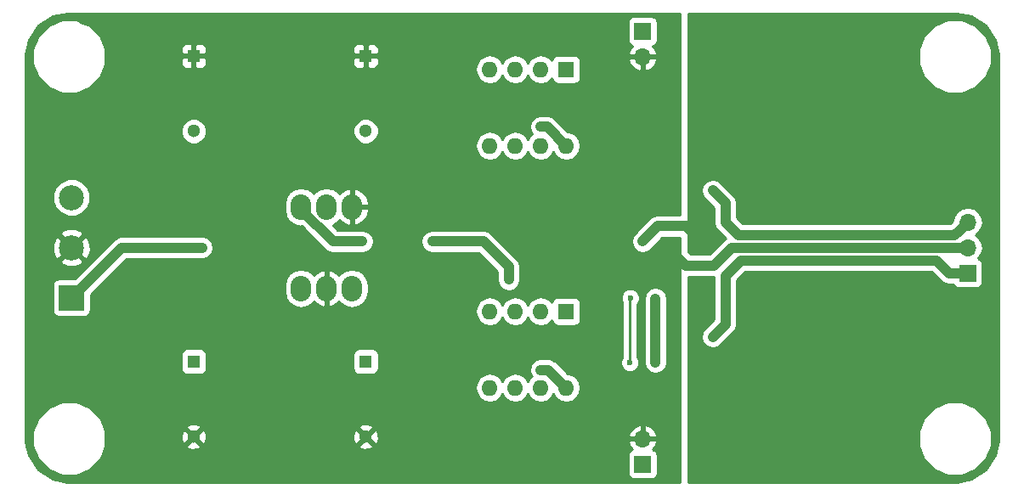
<source format=gbr>
G04 #@! TF.FileFunction,Copper,L2,Bot,Signal*
%FSLAX46Y46*%
G04 Gerber Fmt 4.6, Leading zero omitted, Abs format (unit mm)*
G04 Created by KiCad (PCBNEW 4.0.5-e0-6337~49~ubuntu15.04.1) date Thu Oct 26 22:14:57 2017*
%MOMM*%
%LPD*%
G01*
G04 APERTURE LIST*
%ADD10C,0.100000*%
%ADD11R,1.700000X1.700000*%
%ADD12O,1.700000X1.700000*%
%ADD13R,1.600000X1.600000*%
%ADD14O,1.600000X1.600000*%
%ADD15R,1.300000X1.300000*%
%ADD16C,1.300000*%
%ADD17O,2.032000X2.540000*%
%ADD18C,2.500000*%
%ADD19R,2.500000X2.500000*%
%ADD20C,0.600000*%
%ADD21C,1.000000*%
%ADD22C,0.250000*%
%ADD23C,0.254000*%
G04 APERTURE END LIST*
D10*
D11*
X151765000Y-53340000D03*
D12*
X151765000Y-50800000D03*
X151765000Y-48260000D03*
D13*
X111760000Y-57150000D03*
D14*
X104140000Y-64770000D03*
X109220000Y-57150000D03*
X106680000Y-64770000D03*
X106680000Y-57150000D03*
X109220000Y-64770000D03*
X104140000Y-57150000D03*
X111760000Y-64770000D03*
D15*
X74649451Y-62162033D03*
D16*
X74649451Y-69662033D03*
D15*
X91794451Y-31682033D03*
D16*
X91794451Y-39182033D03*
D15*
X91794451Y-62162033D03*
D16*
X91794451Y-69662033D03*
D15*
X74649451Y-31682033D03*
D16*
X74649451Y-39182033D03*
D17*
X87884000Y-54864000D03*
X90424000Y-54864000D03*
X85344000Y-54864000D03*
X87884000Y-46736000D03*
X85344000Y-46736000D03*
X90424000Y-46736000D03*
D18*
X62484000Y-45800000D03*
D19*
X62484000Y-55800000D03*
D18*
X62484000Y-50800000D03*
D13*
X111760000Y-33020000D03*
D14*
X104140000Y-40640000D03*
X109220000Y-33020000D03*
X106680000Y-40640000D03*
X106680000Y-33020000D03*
X109220000Y-40640000D03*
X104140000Y-33020000D03*
X111760000Y-40640000D03*
D11*
X119380000Y-29210000D03*
D12*
X119380000Y-31750000D03*
D11*
X119380000Y-72390000D03*
D12*
X119380000Y-69850000D03*
D20*
X112268000Y-53848000D03*
X101600000Y-55626000D03*
X113284000Y-61722000D03*
X102870000Y-69596000D03*
X102034270Y-31517135D03*
X121920000Y-50800000D03*
X121920000Y-36195000D03*
X121920000Y-65405000D03*
X112776000Y-29845000D03*
X113284000Y-37592000D03*
X102616000Y-45212000D03*
X94906456Y-44870640D03*
X94906456Y-56554640D03*
X109220000Y-62992000D03*
X120650000Y-55880000D03*
X120650000Y-62230000D03*
X109220000Y-38735000D03*
X125966697Y-50958477D03*
X129540000Y-69850000D03*
X131445000Y-69850000D03*
X132715000Y-69850000D03*
X134620000Y-69850000D03*
X136525000Y-69850000D03*
X138430000Y-69850000D03*
X129540000Y-31750000D03*
X131445000Y-31750000D03*
X132715000Y-31750000D03*
X134620000Y-31750000D03*
X136525000Y-31750000D03*
X138430000Y-31750000D03*
X145415000Y-64770000D03*
X143510000Y-64770000D03*
X143510000Y-69850000D03*
X145415000Y-69850000D03*
X145415000Y-59055000D03*
X143510000Y-61595000D03*
X143510000Y-59055000D03*
X145415000Y-56515000D03*
X145415000Y-61595000D03*
X143510000Y-56515000D03*
X145415000Y-42545000D03*
X143510000Y-42545000D03*
X143510000Y-40005000D03*
X143510000Y-36830000D03*
X145415000Y-45085000D03*
X145415000Y-36830000D03*
X145415000Y-40005000D03*
X143510000Y-45085000D03*
X145415000Y-31750000D03*
X143510000Y-31750000D03*
X145415000Y-48260000D03*
X143510000Y-48260000D03*
X145415000Y-53340000D03*
X143510000Y-53340000D03*
X141605000Y-69850000D03*
X141605000Y-56515000D03*
X141605000Y-61595000D03*
X141605000Y-59055000D03*
X141605000Y-64770000D03*
X141605000Y-45085000D03*
X141605000Y-42545000D03*
X141605000Y-40005000D03*
X141605000Y-36830000D03*
X141605000Y-31750000D03*
X141605000Y-53340000D03*
X141605000Y-48260000D03*
X103505000Y-50165000D03*
X106045000Y-53975000D03*
X125909824Y-54438657D03*
X138430000Y-66040000D03*
X138430000Y-35560000D03*
X131445000Y-35560000D03*
X134620000Y-35560000D03*
X131445000Y-66040000D03*
X134620000Y-66040000D03*
X129540000Y-69850000D03*
X129540000Y-31750000D03*
X132080000Y-48260000D03*
X134620000Y-48260000D03*
X132080000Y-53340000D03*
X134620000Y-53340000D03*
X136525000Y-66040000D03*
X132715000Y-66040000D03*
X129540000Y-66040000D03*
X136525000Y-35560000D03*
X132715000Y-35560000D03*
X129540000Y-35560000D03*
X139700000Y-64770000D03*
X139700000Y-61595000D03*
X139700000Y-36830000D03*
X139700000Y-59055000D03*
X139700000Y-56515000D03*
X139700000Y-53340000D03*
X139700000Y-48260000D03*
X139700000Y-45085000D03*
X139700000Y-40005000D03*
X139700000Y-42545000D03*
X129540000Y-38100000D03*
X129540000Y-40005000D03*
X129540000Y-46990000D03*
X129540000Y-45085000D03*
X129540000Y-42545000D03*
X129540000Y-63500000D03*
X129540000Y-61595000D03*
X129540000Y-54610000D03*
X129540000Y-56515000D03*
X129540000Y-59055000D03*
X119380000Y-50165000D03*
X125960000Y-41155002D03*
X98425000Y-50165000D03*
X91440000Y-50165000D03*
X118148868Y-55814564D03*
X118108589Y-62279363D03*
X126365000Y-45085000D03*
X126365000Y-59690000D03*
X75470000Y-50800000D03*
D21*
X128270000Y-50800000D02*
X136525000Y-50800000D01*
X136525000Y-50800000D02*
X151765000Y-50800000D01*
X121920000Y-50800000D02*
X123693770Y-52573770D01*
X123693770Y-52573770D02*
X126496230Y-52573770D01*
X126496230Y-52573770D02*
X128270000Y-50800000D01*
X109220000Y-62992000D02*
X109982000Y-62992000D01*
X109982000Y-62992000D02*
X111760000Y-64770000D01*
X120650000Y-55880000D02*
X120650000Y-62230000D01*
X109220000Y-38735000D02*
X109855000Y-38735000D01*
X109855000Y-38735000D02*
X111760000Y-40640000D01*
X125666698Y-50658478D02*
X125966697Y-50958477D01*
X123677749Y-48669529D02*
X125666698Y-50658478D01*
X120875471Y-48669529D02*
X123677749Y-48669529D01*
X119380000Y-50165000D02*
X120875471Y-48669529D01*
X106045000Y-52705000D02*
X106045000Y-53975000D01*
X103505000Y-50165000D02*
X106045000Y-52705000D01*
X98425000Y-50165000D02*
X103505000Y-50165000D01*
X85344000Y-46736000D02*
X85344000Y-46990000D01*
X85344000Y-46990000D02*
X88519000Y-50165000D01*
X88519000Y-50165000D02*
X88561485Y-50165000D01*
X88561485Y-50165000D02*
X91440000Y-50165000D01*
D22*
X118108589Y-55854843D02*
X118148868Y-55814564D01*
X118108589Y-62279363D02*
X118108589Y-55854843D01*
D21*
X128905000Y-49530000D02*
X129794000Y-49530000D01*
X150475010Y-49549990D02*
X150915001Y-49109999D01*
X129794000Y-49530000D02*
X129813990Y-49549990D01*
X129813990Y-49549990D02*
X150475010Y-49549990D01*
X150915001Y-49109999D02*
X151765000Y-48260000D01*
X126365000Y-45085000D02*
X127635000Y-46355000D01*
X127635000Y-46355000D02*
X127635000Y-48260000D01*
X127635000Y-48260000D02*
X128905000Y-49530000D01*
X126365000Y-59690000D02*
X127635000Y-58420000D01*
X127635000Y-58420000D02*
X127635000Y-53590919D01*
X127635000Y-53590919D02*
X129155919Y-52070000D01*
X129155919Y-52070000D02*
X148645000Y-52070000D01*
X148645000Y-52070000D02*
X149915000Y-53340000D01*
X149915000Y-53340000D02*
X151765000Y-53340000D01*
X75470000Y-50800000D02*
X67484000Y-50800000D01*
X67484000Y-50800000D02*
X62484000Y-55800000D01*
D23*
G36*
X123063000Y-47534529D02*
X120875471Y-47534529D01*
X120441125Y-47620926D01*
X120072905Y-47866963D01*
X118577434Y-49362434D01*
X118331397Y-49730655D01*
X118245000Y-50165000D01*
X118331397Y-50599345D01*
X118577434Y-50967566D01*
X118945655Y-51213603D01*
X119380000Y-51300000D01*
X119814345Y-51213603D01*
X120182566Y-50967566D01*
X121345603Y-49804529D01*
X123063000Y-49804529D01*
X123063000Y-74168000D01*
X62038510Y-74168000D01*
X60562997Y-73874502D01*
X59149779Y-72930221D01*
X58205498Y-71517005D01*
X58017772Y-70573241D01*
X58577367Y-70573241D01*
X59132180Y-71915989D01*
X60158607Y-72944210D01*
X61500385Y-73501365D01*
X62953241Y-73502633D01*
X64295989Y-72947820D01*
X65324210Y-71921393D01*
X65482578Y-71540000D01*
X117882560Y-71540000D01*
X117882560Y-73240000D01*
X117926838Y-73475317D01*
X118065910Y-73691441D01*
X118278110Y-73836431D01*
X118530000Y-73887440D01*
X120230000Y-73887440D01*
X120465317Y-73843162D01*
X120681441Y-73704090D01*
X120826431Y-73491890D01*
X120877440Y-73240000D01*
X120877440Y-71540000D01*
X120833162Y-71304683D01*
X120694090Y-71088559D01*
X120481890Y-70943569D01*
X120373893Y-70921699D01*
X120651645Y-70616924D01*
X120821476Y-70206890D01*
X120700155Y-69977000D01*
X119507000Y-69977000D01*
X119507000Y-69997000D01*
X119253000Y-69997000D01*
X119253000Y-69977000D01*
X118059845Y-69977000D01*
X117938524Y-70206890D01*
X118108355Y-70616924D01*
X118384501Y-70919937D01*
X118294683Y-70936838D01*
X118078559Y-71075910D01*
X117933569Y-71288110D01*
X117882560Y-71540000D01*
X65482578Y-71540000D01*
X65881365Y-70579615D01*
X65881381Y-70561049D01*
X73930041Y-70561049D01*
X73985722Y-70791644D01*
X74468529Y-70959655D01*
X74978879Y-70930116D01*
X75313180Y-70791644D01*
X75368861Y-70561049D01*
X91075041Y-70561049D01*
X91130722Y-70791644D01*
X91613529Y-70959655D01*
X92123879Y-70930116D01*
X92458180Y-70791644D01*
X92513861Y-70561049D01*
X91794451Y-69841638D01*
X91075041Y-70561049D01*
X75368861Y-70561049D01*
X74649451Y-69841638D01*
X73930041Y-70561049D01*
X65881381Y-70561049D01*
X65882323Y-69481111D01*
X73351829Y-69481111D01*
X73381368Y-69991461D01*
X73519840Y-70325762D01*
X73750435Y-70381443D01*
X74469846Y-69662033D01*
X74829056Y-69662033D01*
X75548467Y-70381443D01*
X75779062Y-70325762D01*
X75947073Y-69842955D01*
X75926130Y-69481111D01*
X90496829Y-69481111D01*
X90526368Y-69991461D01*
X90664840Y-70325762D01*
X90895435Y-70381443D01*
X91614846Y-69662033D01*
X91974056Y-69662033D01*
X92693467Y-70381443D01*
X92924062Y-70325762D01*
X93092073Y-69842955D01*
X93071825Y-69493110D01*
X117938524Y-69493110D01*
X118059845Y-69723000D01*
X119253000Y-69723000D01*
X119253000Y-68529181D01*
X119507000Y-68529181D01*
X119507000Y-69723000D01*
X120700155Y-69723000D01*
X120821476Y-69493110D01*
X120651645Y-69083076D01*
X120261358Y-68654817D01*
X119736892Y-68408514D01*
X119507000Y-68529181D01*
X119253000Y-68529181D01*
X119023108Y-68408514D01*
X118498642Y-68654817D01*
X118108355Y-69083076D01*
X117938524Y-69493110D01*
X93071825Y-69493110D01*
X93062534Y-69332605D01*
X92924062Y-68998304D01*
X92693467Y-68942623D01*
X91974056Y-69662033D01*
X91614846Y-69662033D01*
X90895435Y-68942623D01*
X90664840Y-68998304D01*
X90496829Y-69481111D01*
X75926130Y-69481111D01*
X75917534Y-69332605D01*
X75779062Y-68998304D01*
X75548467Y-68942623D01*
X74829056Y-69662033D01*
X74469846Y-69662033D01*
X73750435Y-68942623D01*
X73519840Y-68998304D01*
X73351829Y-69481111D01*
X65882323Y-69481111D01*
X65882633Y-69126759D01*
X65732338Y-68763017D01*
X73930041Y-68763017D01*
X74649451Y-69482428D01*
X75368861Y-68763017D01*
X91075041Y-68763017D01*
X91794451Y-69482428D01*
X92513861Y-68763017D01*
X92458180Y-68532422D01*
X91975373Y-68364411D01*
X91465023Y-68393950D01*
X91130722Y-68532422D01*
X91075041Y-68763017D01*
X75368861Y-68763017D01*
X75313180Y-68532422D01*
X74830373Y-68364411D01*
X74320023Y-68393950D01*
X73985722Y-68532422D01*
X73930041Y-68763017D01*
X65732338Y-68763017D01*
X65327820Y-67784011D01*
X64301393Y-66755790D01*
X62959615Y-66198635D01*
X61506759Y-66197367D01*
X60164011Y-66752180D01*
X59135790Y-67778607D01*
X58578635Y-69120385D01*
X58577367Y-70573241D01*
X58017772Y-70573241D01*
X57912000Y-70041491D01*
X57912000Y-64741887D01*
X102705000Y-64741887D01*
X102705000Y-64798113D01*
X102814233Y-65347264D01*
X103125302Y-65812811D01*
X103590849Y-66123880D01*
X104140000Y-66233113D01*
X104689151Y-66123880D01*
X105154698Y-65812811D01*
X105410000Y-65430725D01*
X105665302Y-65812811D01*
X106130849Y-66123880D01*
X106680000Y-66233113D01*
X107229151Y-66123880D01*
X107694698Y-65812811D01*
X107950000Y-65430725D01*
X108205302Y-65812811D01*
X108670849Y-66123880D01*
X109220000Y-66233113D01*
X109769151Y-66123880D01*
X110234698Y-65812811D01*
X110490000Y-65430725D01*
X110745302Y-65812811D01*
X111210849Y-66123880D01*
X111760000Y-66233113D01*
X112309151Y-66123880D01*
X112774698Y-65812811D01*
X113085767Y-65347264D01*
X113195000Y-64798113D01*
X113195000Y-64741887D01*
X113085767Y-64192736D01*
X112774698Y-63727189D01*
X112309151Y-63416120D01*
X111937283Y-63342151D01*
X111059662Y-62464530D01*
X117173427Y-62464530D01*
X117315472Y-62808306D01*
X117578262Y-63071555D01*
X117921790Y-63214201D01*
X118293756Y-63214525D01*
X118637532Y-63072480D01*
X118900781Y-62809690D01*
X119043427Y-62466162D01*
X119043751Y-62094196D01*
X118901706Y-61750420D01*
X118868589Y-61717245D01*
X118868589Y-56417236D01*
X118941060Y-56344891D01*
X119083706Y-56001363D01*
X119083811Y-55880000D01*
X119515000Y-55880000D01*
X119515000Y-62230000D01*
X119601397Y-62664346D01*
X119847434Y-63032566D01*
X120215654Y-63278603D01*
X120650000Y-63365000D01*
X121084346Y-63278603D01*
X121452566Y-63032566D01*
X121698603Y-62664346D01*
X121785000Y-62230000D01*
X121785000Y-55880000D01*
X121698603Y-55445654D01*
X121452566Y-55077434D01*
X121084346Y-54831397D01*
X120650000Y-54745000D01*
X120215654Y-54831397D01*
X119847434Y-55077434D01*
X119601397Y-55445654D01*
X119515000Y-55880000D01*
X119083811Y-55880000D01*
X119084030Y-55629397D01*
X118941985Y-55285621D01*
X118679195Y-55022372D01*
X118335667Y-54879726D01*
X117963701Y-54879402D01*
X117619925Y-55021447D01*
X117356676Y-55284237D01*
X117214030Y-55627765D01*
X117213706Y-55999731D01*
X117348589Y-56326174D01*
X117348589Y-61716900D01*
X117316397Y-61749036D01*
X117173751Y-62092564D01*
X117173427Y-62464530D01*
X111059662Y-62464530D01*
X110784566Y-62189434D01*
X110586122Y-62056838D01*
X110416346Y-61943397D01*
X109982000Y-61857000D01*
X109220000Y-61857000D01*
X108785654Y-61943397D01*
X108417434Y-62189434D01*
X108171397Y-62557654D01*
X108085000Y-62992000D01*
X108171397Y-63426346D01*
X108320833Y-63649993D01*
X108205302Y-63727189D01*
X107950000Y-64109275D01*
X107694698Y-63727189D01*
X107229151Y-63416120D01*
X106680000Y-63306887D01*
X106130849Y-63416120D01*
X105665302Y-63727189D01*
X105410000Y-64109275D01*
X105154698Y-63727189D01*
X104689151Y-63416120D01*
X104140000Y-63306887D01*
X103590849Y-63416120D01*
X103125302Y-63727189D01*
X102814233Y-64192736D01*
X102705000Y-64741887D01*
X57912000Y-64741887D01*
X57912000Y-61512033D01*
X73352011Y-61512033D01*
X73352011Y-62812033D01*
X73396289Y-63047350D01*
X73535361Y-63263474D01*
X73747561Y-63408464D01*
X73999451Y-63459473D01*
X75299451Y-63459473D01*
X75534768Y-63415195D01*
X75750892Y-63276123D01*
X75895882Y-63063923D01*
X75946891Y-62812033D01*
X75946891Y-61512033D01*
X90497011Y-61512033D01*
X90497011Y-62812033D01*
X90541289Y-63047350D01*
X90680361Y-63263474D01*
X90892561Y-63408464D01*
X91144451Y-63459473D01*
X92444451Y-63459473D01*
X92679768Y-63415195D01*
X92895892Y-63276123D01*
X93040882Y-63063923D01*
X93091891Y-62812033D01*
X93091891Y-61512033D01*
X93047613Y-61276716D01*
X92908541Y-61060592D01*
X92696341Y-60915602D01*
X92444451Y-60864593D01*
X91144451Y-60864593D01*
X90909134Y-60908871D01*
X90693010Y-61047943D01*
X90548020Y-61260143D01*
X90497011Y-61512033D01*
X75946891Y-61512033D01*
X75902613Y-61276716D01*
X75763541Y-61060592D01*
X75551341Y-60915602D01*
X75299451Y-60864593D01*
X73999451Y-60864593D01*
X73764134Y-60908871D01*
X73548010Y-61047943D01*
X73403020Y-61260143D01*
X73352011Y-61512033D01*
X57912000Y-61512033D01*
X57912000Y-54550000D01*
X60586560Y-54550000D01*
X60586560Y-57050000D01*
X60630838Y-57285317D01*
X60769910Y-57501441D01*
X60982110Y-57646431D01*
X61234000Y-57697440D01*
X63734000Y-57697440D01*
X63969317Y-57653162D01*
X64185441Y-57514090D01*
X64330431Y-57301890D01*
X64366882Y-57121887D01*
X102705000Y-57121887D01*
X102705000Y-57178113D01*
X102814233Y-57727264D01*
X103125302Y-58192811D01*
X103590849Y-58503880D01*
X104140000Y-58613113D01*
X104689151Y-58503880D01*
X105154698Y-58192811D01*
X105410000Y-57810725D01*
X105665302Y-58192811D01*
X106130849Y-58503880D01*
X106680000Y-58613113D01*
X107229151Y-58503880D01*
X107694698Y-58192811D01*
X107950000Y-57810725D01*
X108205302Y-58192811D01*
X108670849Y-58503880D01*
X109220000Y-58613113D01*
X109769151Y-58503880D01*
X110234698Y-58192811D01*
X110331101Y-58048535D01*
X110356838Y-58185317D01*
X110495910Y-58401441D01*
X110708110Y-58546431D01*
X110960000Y-58597440D01*
X112560000Y-58597440D01*
X112795317Y-58553162D01*
X113011441Y-58414090D01*
X113156431Y-58201890D01*
X113207440Y-57950000D01*
X113207440Y-56350000D01*
X113163162Y-56114683D01*
X113024090Y-55898559D01*
X112811890Y-55753569D01*
X112560000Y-55702560D01*
X110960000Y-55702560D01*
X110724683Y-55746838D01*
X110508559Y-55885910D01*
X110363569Y-56098110D01*
X110332185Y-56253089D01*
X110234698Y-56107189D01*
X109769151Y-55796120D01*
X109220000Y-55686887D01*
X108670849Y-55796120D01*
X108205302Y-56107189D01*
X107950000Y-56489275D01*
X107694698Y-56107189D01*
X107229151Y-55796120D01*
X106680000Y-55686887D01*
X106130849Y-55796120D01*
X105665302Y-56107189D01*
X105410000Y-56489275D01*
X105154698Y-56107189D01*
X104689151Y-55796120D01*
X104140000Y-55686887D01*
X103590849Y-55796120D01*
X103125302Y-56107189D01*
X102814233Y-56572736D01*
X102705000Y-57121887D01*
X64366882Y-57121887D01*
X64381440Y-57050000D01*
X64381440Y-55507692D01*
X65316453Y-54572679D01*
X83693000Y-54572679D01*
X83693000Y-55155321D01*
X83818675Y-55787131D01*
X84176567Y-56322754D01*
X84712190Y-56680646D01*
X85344000Y-56806321D01*
X85975810Y-56680646D01*
X86511433Y-56322754D01*
X86628054Y-56148219D01*
X86806370Y-56375236D01*
X87369523Y-56691926D01*
X87501056Y-56723975D01*
X87757000Y-56604836D01*
X87757000Y-54991000D01*
X87737000Y-54991000D01*
X87737000Y-54737000D01*
X87757000Y-54737000D01*
X87757000Y-53123164D01*
X88011000Y-53123164D01*
X88011000Y-54737000D01*
X88031000Y-54737000D01*
X88031000Y-54991000D01*
X88011000Y-54991000D01*
X88011000Y-56604836D01*
X88266944Y-56723975D01*
X88398477Y-56691926D01*
X88961630Y-56375236D01*
X89139946Y-56148219D01*
X89256567Y-56322754D01*
X89792190Y-56680646D01*
X90424000Y-56806321D01*
X91055810Y-56680646D01*
X91591433Y-56322754D01*
X91949325Y-55787131D01*
X92075000Y-55155321D01*
X92075000Y-54572679D01*
X91949325Y-53940869D01*
X91591433Y-53405246D01*
X91055810Y-53047354D01*
X90424000Y-52921679D01*
X89792190Y-53047354D01*
X89256567Y-53405246D01*
X89139946Y-53579781D01*
X88961630Y-53352764D01*
X88398477Y-53036074D01*
X88266944Y-53004025D01*
X88011000Y-53123164D01*
X87757000Y-53123164D01*
X87501056Y-53004025D01*
X87369523Y-53036074D01*
X86806370Y-53352764D01*
X86628054Y-53579781D01*
X86511433Y-53405246D01*
X85975810Y-53047354D01*
X85344000Y-52921679D01*
X84712190Y-53047354D01*
X84176567Y-53405246D01*
X83818675Y-53940869D01*
X83693000Y-54572679D01*
X65316453Y-54572679D01*
X67954132Y-51935000D01*
X75470000Y-51935000D01*
X75904346Y-51848603D01*
X76272566Y-51602566D01*
X76518603Y-51234346D01*
X76605000Y-50800000D01*
X76518603Y-50365654D01*
X76272566Y-49997434D01*
X75904346Y-49751397D01*
X75470000Y-49665000D01*
X67484000Y-49665000D01*
X67049654Y-49751397D01*
X66879878Y-49864838D01*
X66681434Y-49997434D01*
X62776308Y-53902560D01*
X61234000Y-53902560D01*
X60998683Y-53946838D01*
X60782559Y-54085910D01*
X60637569Y-54298110D01*
X60586560Y-54550000D01*
X57912000Y-54550000D01*
X57912000Y-52133320D01*
X61330285Y-52133320D01*
X61459533Y-52426123D01*
X62159806Y-52694388D01*
X62909435Y-52674250D01*
X63508467Y-52426123D01*
X63637715Y-52133320D01*
X62484000Y-50979605D01*
X61330285Y-52133320D01*
X57912000Y-52133320D01*
X57912000Y-50475806D01*
X60589612Y-50475806D01*
X60609750Y-51225435D01*
X60857877Y-51824467D01*
X61150680Y-51953715D01*
X62304395Y-50800000D01*
X62663605Y-50800000D01*
X63817320Y-51953715D01*
X64110123Y-51824467D01*
X64378388Y-51124194D01*
X64358250Y-50374565D01*
X64110123Y-49775533D01*
X63817320Y-49646285D01*
X62663605Y-50800000D01*
X62304395Y-50800000D01*
X61150680Y-49646285D01*
X60857877Y-49775533D01*
X60589612Y-50475806D01*
X57912000Y-50475806D01*
X57912000Y-49466680D01*
X61330285Y-49466680D01*
X62484000Y-50620395D01*
X63637715Y-49466680D01*
X63508467Y-49173877D01*
X62808194Y-48905612D01*
X62058565Y-48925750D01*
X61459533Y-49173877D01*
X61330285Y-49466680D01*
X57912000Y-49466680D01*
X57912000Y-46173305D01*
X60598674Y-46173305D01*
X60885043Y-46866372D01*
X61414839Y-47397093D01*
X62107405Y-47684672D01*
X62857305Y-47685326D01*
X63550372Y-47398957D01*
X64081093Y-46869161D01*
X64257353Y-46444679D01*
X83693000Y-46444679D01*
X83693000Y-47027321D01*
X83818675Y-47659131D01*
X84176567Y-48194754D01*
X84712190Y-48552646D01*
X85344000Y-48678321D01*
X85413387Y-48664519D01*
X87716434Y-50967566D01*
X88084654Y-51213603D01*
X88519000Y-51300000D01*
X91440000Y-51300000D01*
X91874346Y-51213603D01*
X92242566Y-50967566D01*
X92488603Y-50599346D01*
X92575000Y-50165000D01*
X97290000Y-50165000D01*
X97376397Y-50599346D01*
X97622434Y-50967566D01*
X97990654Y-51213603D01*
X98425000Y-51300000D01*
X103034868Y-51300000D01*
X104910000Y-53175133D01*
X104910000Y-53975000D01*
X104996397Y-54409346D01*
X105242434Y-54777566D01*
X105610654Y-55023603D01*
X106045000Y-55110000D01*
X106479346Y-55023603D01*
X106847566Y-54777566D01*
X107093603Y-54409346D01*
X107180000Y-53975000D01*
X107180000Y-52705000D01*
X107093603Y-52270654D01*
X106847566Y-51902433D01*
X104307566Y-49362434D01*
X104109122Y-49229838D01*
X103939346Y-49116397D01*
X103505000Y-49030000D01*
X98425000Y-49030000D01*
X97990654Y-49116397D01*
X97622434Y-49362434D01*
X97376397Y-49730654D01*
X97290000Y-50165000D01*
X92575000Y-50165000D01*
X92488603Y-49730654D01*
X92242566Y-49362434D01*
X91874346Y-49116397D01*
X91440000Y-49030000D01*
X88989132Y-49030000D01*
X88512447Y-48553315D01*
X88515810Y-48552646D01*
X89051433Y-48194754D01*
X89168054Y-48020219D01*
X89346370Y-48247236D01*
X89909523Y-48563926D01*
X90041056Y-48595975D01*
X90297000Y-48476836D01*
X90297000Y-46863000D01*
X90551000Y-46863000D01*
X90551000Y-48476836D01*
X90806944Y-48595975D01*
X90938477Y-48563926D01*
X91501630Y-48247236D01*
X91900724Y-47739143D01*
X92075000Y-47117000D01*
X92075000Y-46863000D01*
X90551000Y-46863000D01*
X90297000Y-46863000D01*
X90277000Y-46863000D01*
X90277000Y-46609000D01*
X90297000Y-46609000D01*
X90297000Y-44995164D01*
X90551000Y-44995164D01*
X90551000Y-46609000D01*
X92075000Y-46609000D01*
X92075000Y-46355000D01*
X91900724Y-45732857D01*
X91501630Y-45224764D01*
X90938477Y-44908074D01*
X90806944Y-44876025D01*
X90551000Y-44995164D01*
X90297000Y-44995164D01*
X90041056Y-44876025D01*
X89909523Y-44908074D01*
X89346370Y-45224764D01*
X89168054Y-45451781D01*
X89051433Y-45277246D01*
X88515810Y-44919354D01*
X87884000Y-44793679D01*
X87252190Y-44919354D01*
X86716567Y-45277246D01*
X86614000Y-45430748D01*
X86511433Y-45277246D01*
X85975810Y-44919354D01*
X85344000Y-44793679D01*
X84712190Y-44919354D01*
X84176567Y-45277246D01*
X83818675Y-45812869D01*
X83693000Y-46444679D01*
X64257353Y-46444679D01*
X64368672Y-46176595D01*
X64369326Y-45426695D01*
X64082957Y-44733628D01*
X63553161Y-44202907D01*
X62860595Y-43915328D01*
X62110695Y-43914674D01*
X61417628Y-44201043D01*
X60886907Y-44730839D01*
X60599328Y-45423405D01*
X60598674Y-46173305D01*
X57912000Y-46173305D01*
X57912000Y-40611887D01*
X102705000Y-40611887D01*
X102705000Y-40668113D01*
X102814233Y-41217264D01*
X103125302Y-41682811D01*
X103590849Y-41993880D01*
X104140000Y-42103113D01*
X104689151Y-41993880D01*
X105154698Y-41682811D01*
X105410000Y-41300725D01*
X105665302Y-41682811D01*
X106130849Y-41993880D01*
X106680000Y-42103113D01*
X107229151Y-41993880D01*
X107694698Y-41682811D01*
X107950000Y-41300725D01*
X108205302Y-41682811D01*
X108670849Y-41993880D01*
X109220000Y-42103113D01*
X109769151Y-41993880D01*
X110234698Y-41682811D01*
X110490000Y-41300725D01*
X110745302Y-41682811D01*
X111210849Y-41993880D01*
X111760000Y-42103113D01*
X112309151Y-41993880D01*
X112774698Y-41682811D01*
X113085767Y-41217264D01*
X113195000Y-40668113D01*
X113195000Y-40611887D01*
X113085767Y-40062736D01*
X112774698Y-39597189D01*
X112309151Y-39286120D01*
X111937283Y-39212151D01*
X110657566Y-37932434D01*
X110459122Y-37799838D01*
X110289346Y-37686397D01*
X109855000Y-37600000D01*
X109220000Y-37600000D01*
X108785654Y-37686397D01*
X108417434Y-37932434D01*
X108171397Y-38300654D01*
X108085000Y-38735000D01*
X108171397Y-39169346D01*
X108379500Y-39480794D01*
X108205302Y-39597189D01*
X107950000Y-39979275D01*
X107694698Y-39597189D01*
X107229151Y-39286120D01*
X106680000Y-39176887D01*
X106130849Y-39286120D01*
X105665302Y-39597189D01*
X105410000Y-39979275D01*
X105154698Y-39597189D01*
X104689151Y-39286120D01*
X104140000Y-39176887D01*
X103590849Y-39286120D01*
X103125302Y-39597189D01*
X102814233Y-40062736D01*
X102705000Y-40611887D01*
X57912000Y-40611887D01*
X57912000Y-39436514D01*
X73364228Y-39436514D01*
X73559446Y-39908976D01*
X73920606Y-40270768D01*
X74392727Y-40466810D01*
X74903932Y-40467256D01*
X75376394Y-40272038D01*
X75738186Y-39910878D01*
X75934228Y-39438757D01*
X75934229Y-39436514D01*
X90509228Y-39436514D01*
X90704446Y-39908976D01*
X91065606Y-40270768D01*
X91537727Y-40466810D01*
X92048932Y-40467256D01*
X92521394Y-40272038D01*
X92883186Y-39910878D01*
X93079228Y-39438757D01*
X93079674Y-38927552D01*
X92884456Y-38455090D01*
X92523296Y-38093298D01*
X92051175Y-37897256D01*
X91539970Y-37896810D01*
X91067508Y-38092028D01*
X90705716Y-38453188D01*
X90509674Y-38925309D01*
X90509228Y-39436514D01*
X75934229Y-39436514D01*
X75934674Y-38927552D01*
X75739456Y-38455090D01*
X75378296Y-38093298D01*
X74906175Y-37897256D01*
X74394970Y-37896810D01*
X73922508Y-38092028D01*
X73560716Y-38453188D01*
X73364674Y-38925309D01*
X73364228Y-39436514D01*
X57912000Y-39436514D01*
X57912000Y-32473241D01*
X58577367Y-32473241D01*
X59132180Y-33815989D01*
X60158607Y-34844210D01*
X61500385Y-35401365D01*
X62953241Y-35402633D01*
X64295989Y-34847820D01*
X65324210Y-33821393D01*
X65668651Y-32991887D01*
X102705000Y-32991887D01*
X102705000Y-33048113D01*
X102814233Y-33597264D01*
X103125302Y-34062811D01*
X103590849Y-34373880D01*
X104140000Y-34483113D01*
X104689151Y-34373880D01*
X105154698Y-34062811D01*
X105410000Y-33680725D01*
X105665302Y-34062811D01*
X106130849Y-34373880D01*
X106680000Y-34483113D01*
X107229151Y-34373880D01*
X107694698Y-34062811D01*
X107950000Y-33680725D01*
X108205302Y-34062811D01*
X108670849Y-34373880D01*
X109220000Y-34483113D01*
X109769151Y-34373880D01*
X110234698Y-34062811D01*
X110331101Y-33918535D01*
X110356838Y-34055317D01*
X110495910Y-34271441D01*
X110708110Y-34416431D01*
X110960000Y-34467440D01*
X112560000Y-34467440D01*
X112795317Y-34423162D01*
X113011441Y-34284090D01*
X113156431Y-34071890D01*
X113207440Y-33820000D01*
X113207440Y-32220000D01*
X113186157Y-32106890D01*
X117938524Y-32106890D01*
X118108355Y-32516924D01*
X118498642Y-32945183D01*
X119023108Y-33191486D01*
X119253000Y-33070819D01*
X119253000Y-31877000D01*
X119507000Y-31877000D01*
X119507000Y-33070819D01*
X119736892Y-33191486D01*
X120261358Y-32945183D01*
X120651645Y-32516924D01*
X120821476Y-32106890D01*
X120700155Y-31877000D01*
X119507000Y-31877000D01*
X119253000Y-31877000D01*
X118059845Y-31877000D01*
X117938524Y-32106890D01*
X113186157Y-32106890D01*
X113163162Y-31984683D01*
X113024090Y-31768559D01*
X112811890Y-31623569D01*
X112560000Y-31572560D01*
X110960000Y-31572560D01*
X110724683Y-31616838D01*
X110508559Y-31755910D01*
X110363569Y-31968110D01*
X110332185Y-32123089D01*
X110234698Y-31977189D01*
X109769151Y-31666120D01*
X109220000Y-31556887D01*
X108670849Y-31666120D01*
X108205302Y-31977189D01*
X107950000Y-32359275D01*
X107694698Y-31977189D01*
X107229151Y-31666120D01*
X106680000Y-31556887D01*
X106130849Y-31666120D01*
X105665302Y-31977189D01*
X105410000Y-32359275D01*
X105154698Y-31977189D01*
X104689151Y-31666120D01*
X104140000Y-31556887D01*
X103590849Y-31666120D01*
X103125302Y-31977189D01*
X102814233Y-32442736D01*
X102705000Y-32991887D01*
X65668651Y-32991887D01*
X65881365Y-32479615D01*
X65881811Y-31967783D01*
X73364451Y-31967783D01*
X73364451Y-32458342D01*
X73461124Y-32691731D01*
X73639752Y-32870360D01*
X73873141Y-32967033D01*
X74363701Y-32967033D01*
X74522451Y-32808283D01*
X74522451Y-31809033D01*
X74776451Y-31809033D01*
X74776451Y-32808283D01*
X74935201Y-32967033D01*
X75425761Y-32967033D01*
X75659150Y-32870360D01*
X75837778Y-32691731D01*
X75934451Y-32458342D01*
X75934451Y-31967783D01*
X90509451Y-31967783D01*
X90509451Y-32458342D01*
X90606124Y-32691731D01*
X90784752Y-32870360D01*
X91018141Y-32967033D01*
X91508701Y-32967033D01*
X91667451Y-32808283D01*
X91667451Y-31809033D01*
X91921451Y-31809033D01*
X91921451Y-32808283D01*
X92080201Y-32967033D01*
X92570761Y-32967033D01*
X92804150Y-32870360D01*
X92982778Y-32691731D01*
X93079451Y-32458342D01*
X93079451Y-31967783D01*
X92920701Y-31809033D01*
X91921451Y-31809033D01*
X91667451Y-31809033D01*
X90668201Y-31809033D01*
X90509451Y-31967783D01*
X75934451Y-31967783D01*
X75775701Y-31809033D01*
X74776451Y-31809033D01*
X74522451Y-31809033D01*
X73523201Y-31809033D01*
X73364451Y-31967783D01*
X65881811Y-31967783D01*
X65882633Y-31026759D01*
X65832623Y-30905724D01*
X73364451Y-30905724D01*
X73364451Y-31396283D01*
X73523201Y-31555033D01*
X74522451Y-31555033D01*
X74522451Y-30555783D01*
X74776451Y-30555783D01*
X74776451Y-31555033D01*
X75775701Y-31555033D01*
X75934451Y-31396283D01*
X75934451Y-30905724D01*
X90509451Y-30905724D01*
X90509451Y-31396283D01*
X90668201Y-31555033D01*
X91667451Y-31555033D01*
X91667451Y-30555783D01*
X91921451Y-30555783D01*
X91921451Y-31555033D01*
X92920701Y-31555033D01*
X93079451Y-31396283D01*
X93079451Y-30905724D01*
X92982778Y-30672335D01*
X92804150Y-30493706D01*
X92570761Y-30397033D01*
X92080201Y-30397033D01*
X91921451Y-30555783D01*
X91667451Y-30555783D01*
X91508701Y-30397033D01*
X91018141Y-30397033D01*
X90784752Y-30493706D01*
X90606124Y-30672335D01*
X90509451Y-30905724D01*
X75934451Y-30905724D01*
X75837778Y-30672335D01*
X75659150Y-30493706D01*
X75425761Y-30397033D01*
X74935201Y-30397033D01*
X74776451Y-30555783D01*
X74522451Y-30555783D01*
X74363701Y-30397033D01*
X73873141Y-30397033D01*
X73639752Y-30493706D01*
X73461124Y-30672335D01*
X73364451Y-30905724D01*
X65832623Y-30905724D01*
X65327820Y-29684011D01*
X64301393Y-28655790D01*
X63589052Y-28360000D01*
X117882560Y-28360000D01*
X117882560Y-30060000D01*
X117926838Y-30295317D01*
X118065910Y-30511441D01*
X118278110Y-30656431D01*
X118386107Y-30678301D01*
X118108355Y-30983076D01*
X117938524Y-31393110D01*
X118059845Y-31623000D01*
X119253000Y-31623000D01*
X119253000Y-31603000D01*
X119507000Y-31603000D01*
X119507000Y-31623000D01*
X120700155Y-31623000D01*
X120821476Y-31393110D01*
X120651645Y-30983076D01*
X120375499Y-30680063D01*
X120465317Y-30663162D01*
X120681441Y-30524090D01*
X120826431Y-30311890D01*
X120877440Y-30060000D01*
X120877440Y-28360000D01*
X120833162Y-28124683D01*
X120694090Y-27908559D01*
X120481890Y-27763569D01*
X120230000Y-27712560D01*
X118530000Y-27712560D01*
X118294683Y-27756838D01*
X118078559Y-27895910D01*
X117933569Y-28108110D01*
X117882560Y-28360000D01*
X63589052Y-28360000D01*
X62959615Y-28098635D01*
X61506759Y-28097367D01*
X60164011Y-28652180D01*
X59135790Y-29678607D01*
X58578635Y-31020385D01*
X58577367Y-32473241D01*
X57912000Y-32473241D01*
X57912000Y-31558509D01*
X58205498Y-30082995D01*
X59149779Y-28669779D01*
X60562997Y-27725498D01*
X62038510Y-27432000D01*
X123063000Y-27432000D01*
X123063000Y-47534529D01*
X123063000Y-47534529D01*
G37*
X123063000Y-47534529D02*
X120875471Y-47534529D01*
X120441125Y-47620926D01*
X120072905Y-47866963D01*
X118577434Y-49362434D01*
X118331397Y-49730655D01*
X118245000Y-50165000D01*
X118331397Y-50599345D01*
X118577434Y-50967566D01*
X118945655Y-51213603D01*
X119380000Y-51300000D01*
X119814345Y-51213603D01*
X120182566Y-50967566D01*
X121345603Y-49804529D01*
X123063000Y-49804529D01*
X123063000Y-74168000D01*
X62038510Y-74168000D01*
X60562997Y-73874502D01*
X59149779Y-72930221D01*
X58205498Y-71517005D01*
X58017772Y-70573241D01*
X58577367Y-70573241D01*
X59132180Y-71915989D01*
X60158607Y-72944210D01*
X61500385Y-73501365D01*
X62953241Y-73502633D01*
X64295989Y-72947820D01*
X65324210Y-71921393D01*
X65482578Y-71540000D01*
X117882560Y-71540000D01*
X117882560Y-73240000D01*
X117926838Y-73475317D01*
X118065910Y-73691441D01*
X118278110Y-73836431D01*
X118530000Y-73887440D01*
X120230000Y-73887440D01*
X120465317Y-73843162D01*
X120681441Y-73704090D01*
X120826431Y-73491890D01*
X120877440Y-73240000D01*
X120877440Y-71540000D01*
X120833162Y-71304683D01*
X120694090Y-71088559D01*
X120481890Y-70943569D01*
X120373893Y-70921699D01*
X120651645Y-70616924D01*
X120821476Y-70206890D01*
X120700155Y-69977000D01*
X119507000Y-69977000D01*
X119507000Y-69997000D01*
X119253000Y-69997000D01*
X119253000Y-69977000D01*
X118059845Y-69977000D01*
X117938524Y-70206890D01*
X118108355Y-70616924D01*
X118384501Y-70919937D01*
X118294683Y-70936838D01*
X118078559Y-71075910D01*
X117933569Y-71288110D01*
X117882560Y-71540000D01*
X65482578Y-71540000D01*
X65881365Y-70579615D01*
X65881381Y-70561049D01*
X73930041Y-70561049D01*
X73985722Y-70791644D01*
X74468529Y-70959655D01*
X74978879Y-70930116D01*
X75313180Y-70791644D01*
X75368861Y-70561049D01*
X91075041Y-70561049D01*
X91130722Y-70791644D01*
X91613529Y-70959655D01*
X92123879Y-70930116D01*
X92458180Y-70791644D01*
X92513861Y-70561049D01*
X91794451Y-69841638D01*
X91075041Y-70561049D01*
X75368861Y-70561049D01*
X74649451Y-69841638D01*
X73930041Y-70561049D01*
X65881381Y-70561049D01*
X65882323Y-69481111D01*
X73351829Y-69481111D01*
X73381368Y-69991461D01*
X73519840Y-70325762D01*
X73750435Y-70381443D01*
X74469846Y-69662033D01*
X74829056Y-69662033D01*
X75548467Y-70381443D01*
X75779062Y-70325762D01*
X75947073Y-69842955D01*
X75926130Y-69481111D01*
X90496829Y-69481111D01*
X90526368Y-69991461D01*
X90664840Y-70325762D01*
X90895435Y-70381443D01*
X91614846Y-69662033D01*
X91974056Y-69662033D01*
X92693467Y-70381443D01*
X92924062Y-70325762D01*
X93092073Y-69842955D01*
X93071825Y-69493110D01*
X117938524Y-69493110D01*
X118059845Y-69723000D01*
X119253000Y-69723000D01*
X119253000Y-68529181D01*
X119507000Y-68529181D01*
X119507000Y-69723000D01*
X120700155Y-69723000D01*
X120821476Y-69493110D01*
X120651645Y-69083076D01*
X120261358Y-68654817D01*
X119736892Y-68408514D01*
X119507000Y-68529181D01*
X119253000Y-68529181D01*
X119023108Y-68408514D01*
X118498642Y-68654817D01*
X118108355Y-69083076D01*
X117938524Y-69493110D01*
X93071825Y-69493110D01*
X93062534Y-69332605D01*
X92924062Y-68998304D01*
X92693467Y-68942623D01*
X91974056Y-69662033D01*
X91614846Y-69662033D01*
X90895435Y-68942623D01*
X90664840Y-68998304D01*
X90496829Y-69481111D01*
X75926130Y-69481111D01*
X75917534Y-69332605D01*
X75779062Y-68998304D01*
X75548467Y-68942623D01*
X74829056Y-69662033D01*
X74469846Y-69662033D01*
X73750435Y-68942623D01*
X73519840Y-68998304D01*
X73351829Y-69481111D01*
X65882323Y-69481111D01*
X65882633Y-69126759D01*
X65732338Y-68763017D01*
X73930041Y-68763017D01*
X74649451Y-69482428D01*
X75368861Y-68763017D01*
X91075041Y-68763017D01*
X91794451Y-69482428D01*
X92513861Y-68763017D01*
X92458180Y-68532422D01*
X91975373Y-68364411D01*
X91465023Y-68393950D01*
X91130722Y-68532422D01*
X91075041Y-68763017D01*
X75368861Y-68763017D01*
X75313180Y-68532422D01*
X74830373Y-68364411D01*
X74320023Y-68393950D01*
X73985722Y-68532422D01*
X73930041Y-68763017D01*
X65732338Y-68763017D01*
X65327820Y-67784011D01*
X64301393Y-66755790D01*
X62959615Y-66198635D01*
X61506759Y-66197367D01*
X60164011Y-66752180D01*
X59135790Y-67778607D01*
X58578635Y-69120385D01*
X58577367Y-70573241D01*
X58017772Y-70573241D01*
X57912000Y-70041491D01*
X57912000Y-64741887D01*
X102705000Y-64741887D01*
X102705000Y-64798113D01*
X102814233Y-65347264D01*
X103125302Y-65812811D01*
X103590849Y-66123880D01*
X104140000Y-66233113D01*
X104689151Y-66123880D01*
X105154698Y-65812811D01*
X105410000Y-65430725D01*
X105665302Y-65812811D01*
X106130849Y-66123880D01*
X106680000Y-66233113D01*
X107229151Y-66123880D01*
X107694698Y-65812811D01*
X107950000Y-65430725D01*
X108205302Y-65812811D01*
X108670849Y-66123880D01*
X109220000Y-66233113D01*
X109769151Y-66123880D01*
X110234698Y-65812811D01*
X110490000Y-65430725D01*
X110745302Y-65812811D01*
X111210849Y-66123880D01*
X111760000Y-66233113D01*
X112309151Y-66123880D01*
X112774698Y-65812811D01*
X113085767Y-65347264D01*
X113195000Y-64798113D01*
X113195000Y-64741887D01*
X113085767Y-64192736D01*
X112774698Y-63727189D01*
X112309151Y-63416120D01*
X111937283Y-63342151D01*
X111059662Y-62464530D01*
X117173427Y-62464530D01*
X117315472Y-62808306D01*
X117578262Y-63071555D01*
X117921790Y-63214201D01*
X118293756Y-63214525D01*
X118637532Y-63072480D01*
X118900781Y-62809690D01*
X119043427Y-62466162D01*
X119043751Y-62094196D01*
X118901706Y-61750420D01*
X118868589Y-61717245D01*
X118868589Y-56417236D01*
X118941060Y-56344891D01*
X119083706Y-56001363D01*
X119083811Y-55880000D01*
X119515000Y-55880000D01*
X119515000Y-62230000D01*
X119601397Y-62664346D01*
X119847434Y-63032566D01*
X120215654Y-63278603D01*
X120650000Y-63365000D01*
X121084346Y-63278603D01*
X121452566Y-63032566D01*
X121698603Y-62664346D01*
X121785000Y-62230000D01*
X121785000Y-55880000D01*
X121698603Y-55445654D01*
X121452566Y-55077434D01*
X121084346Y-54831397D01*
X120650000Y-54745000D01*
X120215654Y-54831397D01*
X119847434Y-55077434D01*
X119601397Y-55445654D01*
X119515000Y-55880000D01*
X119083811Y-55880000D01*
X119084030Y-55629397D01*
X118941985Y-55285621D01*
X118679195Y-55022372D01*
X118335667Y-54879726D01*
X117963701Y-54879402D01*
X117619925Y-55021447D01*
X117356676Y-55284237D01*
X117214030Y-55627765D01*
X117213706Y-55999731D01*
X117348589Y-56326174D01*
X117348589Y-61716900D01*
X117316397Y-61749036D01*
X117173751Y-62092564D01*
X117173427Y-62464530D01*
X111059662Y-62464530D01*
X110784566Y-62189434D01*
X110586122Y-62056838D01*
X110416346Y-61943397D01*
X109982000Y-61857000D01*
X109220000Y-61857000D01*
X108785654Y-61943397D01*
X108417434Y-62189434D01*
X108171397Y-62557654D01*
X108085000Y-62992000D01*
X108171397Y-63426346D01*
X108320833Y-63649993D01*
X108205302Y-63727189D01*
X107950000Y-64109275D01*
X107694698Y-63727189D01*
X107229151Y-63416120D01*
X106680000Y-63306887D01*
X106130849Y-63416120D01*
X105665302Y-63727189D01*
X105410000Y-64109275D01*
X105154698Y-63727189D01*
X104689151Y-63416120D01*
X104140000Y-63306887D01*
X103590849Y-63416120D01*
X103125302Y-63727189D01*
X102814233Y-64192736D01*
X102705000Y-64741887D01*
X57912000Y-64741887D01*
X57912000Y-61512033D01*
X73352011Y-61512033D01*
X73352011Y-62812033D01*
X73396289Y-63047350D01*
X73535361Y-63263474D01*
X73747561Y-63408464D01*
X73999451Y-63459473D01*
X75299451Y-63459473D01*
X75534768Y-63415195D01*
X75750892Y-63276123D01*
X75895882Y-63063923D01*
X75946891Y-62812033D01*
X75946891Y-61512033D01*
X90497011Y-61512033D01*
X90497011Y-62812033D01*
X90541289Y-63047350D01*
X90680361Y-63263474D01*
X90892561Y-63408464D01*
X91144451Y-63459473D01*
X92444451Y-63459473D01*
X92679768Y-63415195D01*
X92895892Y-63276123D01*
X93040882Y-63063923D01*
X93091891Y-62812033D01*
X93091891Y-61512033D01*
X93047613Y-61276716D01*
X92908541Y-61060592D01*
X92696341Y-60915602D01*
X92444451Y-60864593D01*
X91144451Y-60864593D01*
X90909134Y-60908871D01*
X90693010Y-61047943D01*
X90548020Y-61260143D01*
X90497011Y-61512033D01*
X75946891Y-61512033D01*
X75902613Y-61276716D01*
X75763541Y-61060592D01*
X75551341Y-60915602D01*
X75299451Y-60864593D01*
X73999451Y-60864593D01*
X73764134Y-60908871D01*
X73548010Y-61047943D01*
X73403020Y-61260143D01*
X73352011Y-61512033D01*
X57912000Y-61512033D01*
X57912000Y-54550000D01*
X60586560Y-54550000D01*
X60586560Y-57050000D01*
X60630838Y-57285317D01*
X60769910Y-57501441D01*
X60982110Y-57646431D01*
X61234000Y-57697440D01*
X63734000Y-57697440D01*
X63969317Y-57653162D01*
X64185441Y-57514090D01*
X64330431Y-57301890D01*
X64366882Y-57121887D01*
X102705000Y-57121887D01*
X102705000Y-57178113D01*
X102814233Y-57727264D01*
X103125302Y-58192811D01*
X103590849Y-58503880D01*
X104140000Y-58613113D01*
X104689151Y-58503880D01*
X105154698Y-58192811D01*
X105410000Y-57810725D01*
X105665302Y-58192811D01*
X106130849Y-58503880D01*
X106680000Y-58613113D01*
X107229151Y-58503880D01*
X107694698Y-58192811D01*
X107950000Y-57810725D01*
X108205302Y-58192811D01*
X108670849Y-58503880D01*
X109220000Y-58613113D01*
X109769151Y-58503880D01*
X110234698Y-58192811D01*
X110331101Y-58048535D01*
X110356838Y-58185317D01*
X110495910Y-58401441D01*
X110708110Y-58546431D01*
X110960000Y-58597440D01*
X112560000Y-58597440D01*
X112795317Y-58553162D01*
X113011441Y-58414090D01*
X113156431Y-58201890D01*
X113207440Y-57950000D01*
X113207440Y-56350000D01*
X113163162Y-56114683D01*
X113024090Y-55898559D01*
X112811890Y-55753569D01*
X112560000Y-55702560D01*
X110960000Y-55702560D01*
X110724683Y-55746838D01*
X110508559Y-55885910D01*
X110363569Y-56098110D01*
X110332185Y-56253089D01*
X110234698Y-56107189D01*
X109769151Y-55796120D01*
X109220000Y-55686887D01*
X108670849Y-55796120D01*
X108205302Y-56107189D01*
X107950000Y-56489275D01*
X107694698Y-56107189D01*
X107229151Y-55796120D01*
X106680000Y-55686887D01*
X106130849Y-55796120D01*
X105665302Y-56107189D01*
X105410000Y-56489275D01*
X105154698Y-56107189D01*
X104689151Y-55796120D01*
X104140000Y-55686887D01*
X103590849Y-55796120D01*
X103125302Y-56107189D01*
X102814233Y-56572736D01*
X102705000Y-57121887D01*
X64366882Y-57121887D01*
X64381440Y-57050000D01*
X64381440Y-55507692D01*
X65316453Y-54572679D01*
X83693000Y-54572679D01*
X83693000Y-55155321D01*
X83818675Y-55787131D01*
X84176567Y-56322754D01*
X84712190Y-56680646D01*
X85344000Y-56806321D01*
X85975810Y-56680646D01*
X86511433Y-56322754D01*
X86628054Y-56148219D01*
X86806370Y-56375236D01*
X87369523Y-56691926D01*
X87501056Y-56723975D01*
X87757000Y-56604836D01*
X87757000Y-54991000D01*
X87737000Y-54991000D01*
X87737000Y-54737000D01*
X87757000Y-54737000D01*
X87757000Y-53123164D01*
X88011000Y-53123164D01*
X88011000Y-54737000D01*
X88031000Y-54737000D01*
X88031000Y-54991000D01*
X88011000Y-54991000D01*
X88011000Y-56604836D01*
X88266944Y-56723975D01*
X88398477Y-56691926D01*
X88961630Y-56375236D01*
X89139946Y-56148219D01*
X89256567Y-56322754D01*
X89792190Y-56680646D01*
X90424000Y-56806321D01*
X91055810Y-56680646D01*
X91591433Y-56322754D01*
X91949325Y-55787131D01*
X92075000Y-55155321D01*
X92075000Y-54572679D01*
X91949325Y-53940869D01*
X91591433Y-53405246D01*
X91055810Y-53047354D01*
X90424000Y-52921679D01*
X89792190Y-53047354D01*
X89256567Y-53405246D01*
X89139946Y-53579781D01*
X88961630Y-53352764D01*
X88398477Y-53036074D01*
X88266944Y-53004025D01*
X88011000Y-53123164D01*
X87757000Y-53123164D01*
X87501056Y-53004025D01*
X87369523Y-53036074D01*
X86806370Y-53352764D01*
X86628054Y-53579781D01*
X86511433Y-53405246D01*
X85975810Y-53047354D01*
X85344000Y-52921679D01*
X84712190Y-53047354D01*
X84176567Y-53405246D01*
X83818675Y-53940869D01*
X83693000Y-54572679D01*
X65316453Y-54572679D01*
X67954132Y-51935000D01*
X75470000Y-51935000D01*
X75904346Y-51848603D01*
X76272566Y-51602566D01*
X76518603Y-51234346D01*
X76605000Y-50800000D01*
X76518603Y-50365654D01*
X76272566Y-49997434D01*
X75904346Y-49751397D01*
X75470000Y-49665000D01*
X67484000Y-49665000D01*
X67049654Y-49751397D01*
X66879878Y-49864838D01*
X66681434Y-49997434D01*
X62776308Y-53902560D01*
X61234000Y-53902560D01*
X60998683Y-53946838D01*
X60782559Y-54085910D01*
X60637569Y-54298110D01*
X60586560Y-54550000D01*
X57912000Y-54550000D01*
X57912000Y-52133320D01*
X61330285Y-52133320D01*
X61459533Y-52426123D01*
X62159806Y-52694388D01*
X62909435Y-52674250D01*
X63508467Y-52426123D01*
X63637715Y-52133320D01*
X62484000Y-50979605D01*
X61330285Y-52133320D01*
X57912000Y-52133320D01*
X57912000Y-50475806D01*
X60589612Y-50475806D01*
X60609750Y-51225435D01*
X60857877Y-51824467D01*
X61150680Y-51953715D01*
X62304395Y-50800000D01*
X62663605Y-50800000D01*
X63817320Y-51953715D01*
X64110123Y-51824467D01*
X64378388Y-51124194D01*
X64358250Y-50374565D01*
X64110123Y-49775533D01*
X63817320Y-49646285D01*
X62663605Y-50800000D01*
X62304395Y-50800000D01*
X61150680Y-49646285D01*
X60857877Y-49775533D01*
X60589612Y-50475806D01*
X57912000Y-50475806D01*
X57912000Y-49466680D01*
X61330285Y-49466680D01*
X62484000Y-50620395D01*
X63637715Y-49466680D01*
X63508467Y-49173877D01*
X62808194Y-48905612D01*
X62058565Y-48925750D01*
X61459533Y-49173877D01*
X61330285Y-49466680D01*
X57912000Y-49466680D01*
X57912000Y-46173305D01*
X60598674Y-46173305D01*
X60885043Y-46866372D01*
X61414839Y-47397093D01*
X62107405Y-47684672D01*
X62857305Y-47685326D01*
X63550372Y-47398957D01*
X64081093Y-46869161D01*
X64257353Y-46444679D01*
X83693000Y-46444679D01*
X83693000Y-47027321D01*
X83818675Y-47659131D01*
X84176567Y-48194754D01*
X84712190Y-48552646D01*
X85344000Y-48678321D01*
X85413387Y-48664519D01*
X87716434Y-50967566D01*
X88084654Y-51213603D01*
X88519000Y-51300000D01*
X91440000Y-51300000D01*
X91874346Y-51213603D01*
X92242566Y-50967566D01*
X92488603Y-50599346D01*
X92575000Y-50165000D01*
X97290000Y-50165000D01*
X97376397Y-50599346D01*
X97622434Y-50967566D01*
X97990654Y-51213603D01*
X98425000Y-51300000D01*
X103034868Y-51300000D01*
X104910000Y-53175133D01*
X104910000Y-53975000D01*
X104996397Y-54409346D01*
X105242434Y-54777566D01*
X105610654Y-55023603D01*
X106045000Y-55110000D01*
X106479346Y-55023603D01*
X106847566Y-54777566D01*
X107093603Y-54409346D01*
X107180000Y-53975000D01*
X107180000Y-52705000D01*
X107093603Y-52270654D01*
X106847566Y-51902433D01*
X104307566Y-49362434D01*
X104109122Y-49229838D01*
X103939346Y-49116397D01*
X103505000Y-49030000D01*
X98425000Y-49030000D01*
X97990654Y-49116397D01*
X97622434Y-49362434D01*
X97376397Y-49730654D01*
X97290000Y-50165000D01*
X92575000Y-50165000D01*
X92488603Y-49730654D01*
X92242566Y-49362434D01*
X91874346Y-49116397D01*
X91440000Y-49030000D01*
X88989132Y-49030000D01*
X88512447Y-48553315D01*
X88515810Y-48552646D01*
X89051433Y-48194754D01*
X89168054Y-48020219D01*
X89346370Y-48247236D01*
X89909523Y-48563926D01*
X90041056Y-48595975D01*
X90297000Y-48476836D01*
X90297000Y-46863000D01*
X90551000Y-46863000D01*
X90551000Y-48476836D01*
X90806944Y-48595975D01*
X90938477Y-48563926D01*
X91501630Y-48247236D01*
X91900724Y-47739143D01*
X92075000Y-47117000D01*
X92075000Y-46863000D01*
X90551000Y-46863000D01*
X90297000Y-46863000D01*
X90277000Y-46863000D01*
X90277000Y-46609000D01*
X90297000Y-46609000D01*
X90297000Y-44995164D01*
X90551000Y-44995164D01*
X90551000Y-46609000D01*
X92075000Y-46609000D01*
X92075000Y-46355000D01*
X91900724Y-45732857D01*
X91501630Y-45224764D01*
X90938477Y-44908074D01*
X90806944Y-44876025D01*
X90551000Y-44995164D01*
X90297000Y-44995164D01*
X90041056Y-44876025D01*
X89909523Y-44908074D01*
X89346370Y-45224764D01*
X89168054Y-45451781D01*
X89051433Y-45277246D01*
X88515810Y-44919354D01*
X87884000Y-44793679D01*
X87252190Y-44919354D01*
X86716567Y-45277246D01*
X86614000Y-45430748D01*
X86511433Y-45277246D01*
X85975810Y-44919354D01*
X85344000Y-44793679D01*
X84712190Y-44919354D01*
X84176567Y-45277246D01*
X83818675Y-45812869D01*
X83693000Y-46444679D01*
X64257353Y-46444679D01*
X64368672Y-46176595D01*
X64369326Y-45426695D01*
X64082957Y-44733628D01*
X63553161Y-44202907D01*
X62860595Y-43915328D01*
X62110695Y-43914674D01*
X61417628Y-44201043D01*
X60886907Y-44730839D01*
X60599328Y-45423405D01*
X60598674Y-46173305D01*
X57912000Y-46173305D01*
X57912000Y-40611887D01*
X102705000Y-40611887D01*
X102705000Y-40668113D01*
X102814233Y-41217264D01*
X103125302Y-41682811D01*
X103590849Y-41993880D01*
X104140000Y-42103113D01*
X104689151Y-41993880D01*
X105154698Y-41682811D01*
X105410000Y-41300725D01*
X105665302Y-41682811D01*
X106130849Y-41993880D01*
X106680000Y-42103113D01*
X107229151Y-41993880D01*
X107694698Y-41682811D01*
X107950000Y-41300725D01*
X108205302Y-41682811D01*
X108670849Y-41993880D01*
X109220000Y-42103113D01*
X109769151Y-41993880D01*
X110234698Y-41682811D01*
X110490000Y-41300725D01*
X110745302Y-41682811D01*
X111210849Y-41993880D01*
X111760000Y-42103113D01*
X112309151Y-41993880D01*
X112774698Y-41682811D01*
X113085767Y-41217264D01*
X113195000Y-40668113D01*
X113195000Y-40611887D01*
X113085767Y-40062736D01*
X112774698Y-39597189D01*
X112309151Y-39286120D01*
X111937283Y-39212151D01*
X110657566Y-37932434D01*
X110459122Y-37799838D01*
X110289346Y-37686397D01*
X109855000Y-37600000D01*
X109220000Y-37600000D01*
X108785654Y-37686397D01*
X108417434Y-37932434D01*
X108171397Y-38300654D01*
X108085000Y-38735000D01*
X108171397Y-39169346D01*
X108379500Y-39480794D01*
X108205302Y-39597189D01*
X107950000Y-39979275D01*
X107694698Y-39597189D01*
X107229151Y-39286120D01*
X106680000Y-39176887D01*
X106130849Y-39286120D01*
X105665302Y-39597189D01*
X105410000Y-39979275D01*
X105154698Y-39597189D01*
X104689151Y-39286120D01*
X104140000Y-39176887D01*
X103590849Y-39286120D01*
X103125302Y-39597189D01*
X102814233Y-40062736D01*
X102705000Y-40611887D01*
X57912000Y-40611887D01*
X57912000Y-39436514D01*
X73364228Y-39436514D01*
X73559446Y-39908976D01*
X73920606Y-40270768D01*
X74392727Y-40466810D01*
X74903932Y-40467256D01*
X75376394Y-40272038D01*
X75738186Y-39910878D01*
X75934228Y-39438757D01*
X75934229Y-39436514D01*
X90509228Y-39436514D01*
X90704446Y-39908976D01*
X91065606Y-40270768D01*
X91537727Y-40466810D01*
X92048932Y-40467256D01*
X92521394Y-40272038D01*
X92883186Y-39910878D01*
X93079228Y-39438757D01*
X93079674Y-38927552D01*
X92884456Y-38455090D01*
X92523296Y-38093298D01*
X92051175Y-37897256D01*
X91539970Y-37896810D01*
X91067508Y-38092028D01*
X90705716Y-38453188D01*
X90509674Y-38925309D01*
X90509228Y-39436514D01*
X75934229Y-39436514D01*
X75934674Y-38927552D01*
X75739456Y-38455090D01*
X75378296Y-38093298D01*
X74906175Y-37897256D01*
X74394970Y-37896810D01*
X73922508Y-38092028D01*
X73560716Y-38453188D01*
X73364674Y-38925309D01*
X73364228Y-39436514D01*
X57912000Y-39436514D01*
X57912000Y-32473241D01*
X58577367Y-32473241D01*
X59132180Y-33815989D01*
X60158607Y-34844210D01*
X61500385Y-35401365D01*
X62953241Y-35402633D01*
X64295989Y-34847820D01*
X65324210Y-33821393D01*
X65668651Y-32991887D01*
X102705000Y-32991887D01*
X102705000Y-33048113D01*
X102814233Y-33597264D01*
X103125302Y-34062811D01*
X103590849Y-34373880D01*
X104140000Y-34483113D01*
X104689151Y-34373880D01*
X105154698Y-34062811D01*
X105410000Y-33680725D01*
X105665302Y-34062811D01*
X106130849Y-34373880D01*
X106680000Y-34483113D01*
X107229151Y-34373880D01*
X107694698Y-34062811D01*
X107950000Y-33680725D01*
X108205302Y-34062811D01*
X108670849Y-34373880D01*
X109220000Y-34483113D01*
X109769151Y-34373880D01*
X110234698Y-34062811D01*
X110331101Y-33918535D01*
X110356838Y-34055317D01*
X110495910Y-34271441D01*
X110708110Y-34416431D01*
X110960000Y-34467440D01*
X112560000Y-34467440D01*
X112795317Y-34423162D01*
X113011441Y-34284090D01*
X113156431Y-34071890D01*
X113207440Y-33820000D01*
X113207440Y-32220000D01*
X113186157Y-32106890D01*
X117938524Y-32106890D01*
X118108355Y-32516924D01*
X118498642Y-32945183D01*
X119023108Y-33191486D01*
X119253000Y-33070819D01*
X119253000Y-31877000D01*
X119507000Y-31877000D01*
X119507000Y-33070819D01*
X119736892Y-33191486D01*
X120261358Y-32945183D01*
X120651645Y-32516924D01*
X120821476Y-32106890D01*
X120700155Y-31877000D01*
X119507000Y-31877000D01*
X119253000Y-31877000D01*
X118059845Y-31877000D01*
X117938524Y-32106890D01*
X113186157Y-32106890D01*
X113163162Y-31984683D01*
X113024090Y-31768559D01*
X112811890Y-31623569D01*
X112560000Y-31572560D01*
X110960000Y-31572560D01*
X110724683Y-31616838D01*
X110508559Y-31755910D01*
X110363569Y-31968110D01*
X110332185Y-32123089D01*
X110234698Y-31977189D01*
X109769151Y-31666120D01*
X109220000Y-31556887D01*
X108670849Y-31666120D01*
X108205302Y-31977189D01*
X107950000Y-32359275D01*
X107694698Y-31977189D01*
X107229151Y-31666120D01*
X106680000Y-31556887D01*
X106130849Y-31666120D01*
X105665302Y-31977189D01*
X105410000Y-32359275D01*
X105154698Y-31977189D01*
X104689151Y-31666120D01*
X104140000Y-31556887D01*
X103590849Y-31666120D01*
X103125302Y-31977189D01*
X102814233Y-32442736D01*
X102705000Y-32991887D01*
X65668651Y-32991887D01*
X65881365Y-32479615D01*
X65881811Y-31967783D01*
X73364451Y-31967783D01*
X73364451Y-32458342D01*
X73461124Y-32691731D01*
X73639752Y-32870360D01*
X73873141Y-32967033D01*
X74363701Y-32967033D01*
X74522451Y-32808283D01*
X74522451Y-31809033D01*
X74776451Y-31809033D01*
X74776451Y-32808283D01*
X74935201Y-32967033D01*
X75425761Y-32967033D01*
X75659150Y-32870360D01*
X75837778Y-32691731D01*
X75934451Y-32458342D01*
X75934451Y-31967783D01*
X90509451Y-31967783D01*
X90509451Y-32458342D01*
X90606124Y-32691731D01*
X90784752Y-32870360D01*
X91018141Y-32967033D01*
X91508701Y-32967033D01*
X91667451Y-32808283D01*
X91667451Y-31809033D01*
X91921451Y-31809033D01*
X91921451Y-32808283D01*
X92080201Y-32967033D01*
X92570761Y-32967033D01*
X92804150Y-32870360D01*
X92982778Y-32691731D01*
X93079451Y-32458342D01*
X93079451Y-31967783D01*
X92920701Y-31809033D01*
X91921451Y-31809033D01*
X91667451Y-31809033D01*
X90668201Y-31809033D01*
X90509451Y-31967783D01*
X75934451Y-31967783D01*
X75775701Y-31809033D01*
X74776451Y-31809033D01*
X74522451Y-31809033D01*
X73523201Y-31809033D01*
X73364451Y-31967783D01*
X65881811Y-31967783D01*
X65882633Y-31026759D01*
X65832623Y-30905724D01*
X73364451Y-30905724D01*
X73364451Y-31396283D01*
X73523201Y-31555033D01*
X74522451Y-31555033D01*
X74522451Y-30555783D01*
X74776451Y-30555783D01*
X74776451Y-31555033D01*
X75775701Y-31555033D01*
X75934451Y-31396283D01*
X75934451Y-30905724D01*
X90509451Y-30905724D01*
X90509451Y-31396283D01*
X90668201Y-31555033D01*
X91667451Y-31555033D01*
X91667451Y-30555783D01*
X91921451Y-30555783D01*
X91921451Y-31555033D01*
X92920701Y-31555033D01*
X93079451Y-31396283D01*
X93079451Y-30905724D01*
X92982778Y-30672335D01*
X92804150Y-30493706D01*
X92570761Y-30397033D01*
X92080201Y-30397033D01*
X91921451Y-30555783D01*
X91667451Y-30555783D01*
X91508701Y-30397033D01*
X91018141Y-30397033D01*
X90784752Y-30493706D01*
X90606124Y-30672335D01*
X90509451Y-30905724D01*
X75934451Y-30905724D01*
X75837778Y-30672335D01*
X75659150Y-30493706D01*
X75425761Y-30397033D01*
X74935201Y-30397033D01*
X74776451Y-30555783D01*
X74522451Y-30555783D01*
X74363701Y-30397033D01*
X73873141Y-30397033D01*
X73639752Y-30493706D01*
X73461124Y-30672335D01*
X73364451Y-30905724D01*
X65832623Y-30905724D01*
X65327820Y-29684011D01*
X64301393Y-28655790D01*
X63589052Y-28360000D01*
X117882560Y-28360000D01*
X117882560Y-30060000D01*
X117926838Y-30295317D01*
X118065910Y-30511441D01*
X118278110Y-30656431D01*
X118386107Y-30678301D01*
X118108355Y-30983076D01*
X117938524Y-31393110D01*
X118059845Y-31623000D01*
X119253000Y-31623000D01*
X119253000Y-31603000D01*
X119507000Y-31603000D01*
X119507000Y-31623000D01*
X120700155Y-31623000D01*
X120821476Y-31393110D01*
X120651645Y-30983076D01*
X120375499Y-30680063D01*
X120465317Y-30663162D01*
X120681441Y-30524090D01*
X120826431Y-30311890D01*
X120877440Y-30060000D01*
X120877440Y-28360000D01*
X120833162Y-28124683D01*
X120694090Y-27908559D01*
X120481890Y-27763569D01*
X120230000Y-27712560D01*
X118530000Y-27712560D01*
X118294683Y-27756838D01*
X118078559Y-27895910D01*
X117933569Y-28108110D01*
X117882560Y-28360000D01*
X63589052Y-28360000D01*
X62959615Y-28098635D01*
X61506759Y-28097367D01*
X60164011Y-28652180D01*
X59135790Y-29678607D01*
X58578635Y-31020385D01*
X58577367Y-32473241D01*
X57912000Y-32473241D01*
X57912000Y-31558509D01*
X58205498Y-30082995D01*
X59149779Y-28669779D01*
X60562997Y-27725498D01*
X62038510Y-27432000D01*
X123063000Y-27432000D01*
X123063000Y-47534529D01*
G36*
X152162005Y-27725498D02*
X153575221Y-28669779D01*
X154519502Y-30082997D01*
X154813000Y-31558510D01*
X154813000Y-70041490D01*
X154519502Y-71517003D01*
X153575221Y-72930221D01*
X152162005Y-73874502D01*
X150686491Y-74168000D01*
X123952000Y-74168000D01*
X123952000Y-70573241D01*
X146842367Y-70573241D01*
X147397180Y-71915989D01*
X148423607Y-72944210D01*
X149765385Y-73501365D01*
X151218241Y-73502633D01*
X152560989Y-72947820D01*
X153589210Y-71921393D01*
X154146365Y-70579615D01*
X154147633Y-69126759D01*
X153592820Y-67784011D01*
X152566393Y-66755790D01*
X151224615Y-66198635D01*
X149771759Y-66197367D01*
X148429011Y-66752180D01*
X147400790Y-67778607D01*
X146843635Y-69120385D01*
X146842367Y-70573241D01*
X123952000Y-70573241D01*
X123952000Y-53708770D01*
X126496230Y-53708770D01*
X126500000Y-53708020D01*
X126500000Y-57949868D01*
X125562434Y-58887434D01*
X125316397Y-59255655D01*
X125230000Y-59690000D01*
X125316397Y-60124345D01*
X125562434Y-60492566D01*
X125930655Y-60738603D01*
X126365000Y-60825000D01*
X126799345Y-60738603D01*
X127167566Y-60492566D01*
X128437566Y-59222566D01*
X128479590Y-59159673D01*
X128683603Y-58854346D01*
X128770000Y-58420000D01*
X128770000Y-54061051D01*
X129626051Y-53205000D01*
X148174868Y-53205000D01*
X149112434Y-54142566D01*
X149480654Y-54388603D01*
X149915000Y-54475000D01*
X150343808Y-54475000D01*
X150450910Y-54641441D01*
X150663110Y-54786431D01*
X150915000Y-54837440D01*
X152615000Y-54837440D01*
X152850317Y-54793162D01*
X153066441Y-54654090D01*
X153211431Y-54441890D01*
X153262440Y-54190000D01*
X153262440Y-52490000D01*
X153218162Y-52254683D01*
X153079090Y-52038559D01*
X152866890Y-51893569D01*
X152799459Y-51879914D01*
X152844147Y-51850054D01*
X153166054Y-51368285D01*
X153279093Y-50800000D01*
X153166054Y-50231715D01*
X152844147Y-49749946D01*
X152514974Y-49530000D01*
X152844147Y-49310054D01*
X153166054Y-48828285D01*
X153279093Y-48260000D01*
X153166054Y-47691715D01*
X152844147Y-47209946D01*
X152362378Y-46888039D01*
X151794093Y-46775000D01*
X151735907Y-46775000D01*
X151167622Y-46888039D01*
X150685853Y-47209946D01*
X150363946Y-47691715D01*
X150273512Y-48146356D01*
X150004878Y-48414990D01*
X129894496Y-48414990D01*
X129794000Y-48395000D01*
X129375132Y-48395000D01*
X128770000Y-47789868D01*
X128770000Y-46355000D01*
X128683603Y-45920654D01*
X128437566Y-45552434D01*
X127167566Y-44282434D01*
X126799345Y-44036397D01*
X126365000Y-43950000D01*
X125930655Y-44036397D01*
X125562434Y-44282434D01*
X125316397Y-44650655D01*
X125230000Y-45085000D01*
X125316397Y-45519345D01*
X125562434Y-45887566D01*
X126500000Y-46825132D01*
X126500000Y-48260000D01*
X126586397Y-48694346D01*
X126832434Y-49062566D01*
X127647192Y-49877324D01*
X127467434Y-49997434D01*
X126026098Y-51438770D01*
X124163902Y-51438770D01*
X123952000Y-51226868D01*
X123952000Y-32473241D01*
X146842367Y-32473241D01*
X147397180Y-33815989D01*
X148423607Y-34844210D01*
X149765385Y-35401365D01*
X151218241Y-35402633D01*
X152560989Y-34847820D01*
X153589210Y-33821393D01*
X154146365Y-32479615D01*
X154147633Y-31026759D01*
X153592820Y-29684011D01*
X152566393Y-28655790D01*
X151224615Y-28098635D01*
X149771759Y-28097367D01*
X148429011Y-28652180D01*
X147400790Y-29678607D01*
X146843635Y-31020385D01*
X146842367Y-32473241D01*
X123952000Y-32473241D01*
X123952000Y-27432000D01*
X150686491Y-27432000D01*
X152162005Y-27725498D01*
X152162005Y-27725498D01*
G37*
X152162005Y-27725498D02*
X153575221Y-28669779D01*
X154519502Y-30082997D01*
X154813000Y-31558510D01*
X154813000Y-70041490D01*
X154519502Y-71517003D01*
X153575221Y-72930221D01*
X152162005Y-73874502D01*
X150686491Y-74168000D01*
X123952000Y-74168000D01*
X123952000Y-70573241D01*
X146842367Y-70573241D01*
X147397180Y-71915989D01*
X148423607Y-72944210D01*
X149765385Y-73501365D01*
X151218241Y-73502633D01*
X152560989Y-72947820D01*
X153589210Y-71921393D01*
X154146365Y-70579615D01*
X154147633Y-69126759D01*
X153592820Y-67784011D01*
X152566393Y-66755790D01*
X151224615Y-66198635D01*
X149771759Y-66197367D01*
X148429011Y-66752180D01*
X147400790Y-67778607D01*
X146843635Y-69120385D01*
X146842367Y-70573241D01*
X123952000Y-70573241D01*
X123952000Y-53708770D01*
X126496230Y-53708770D01*
X126500000Y-53708020D01*
X126500000Y-57949868D01*
X125562434Y-58887434D01*
X125316397Y-59255655D01*
X125230000Y-59690000D01*
X125316397Y-60124345D01*
X125562434Y-60492566D01*
X125930655Y-60738603D01*
X126365000Y-60825000D01*
X126799345Y-60738603D01*
X127167566Y-60492566D01*
X128437566Y-59222566D01*
X128479590Y-59159673D01*
X128683603Y-58854346D01*
X128770000Y-58420000D01*
X128770000Y-54061051D01*
X129626051Y-53205000D01*
X148174868Y-53205000D01*
X149112434Y-54142566D01*
X149480654Y-54388603D01*
X149915000Y-54475000D01*
X150343808Y-54475000D01*
X150450910Y-54641441D01*
X150663110Y-54786431D01*
X150915000Y-54837440D01*
X152615000Y-54837440D01*
X152850317Y-54793162D01*
X153066441Y-54654090D01*
X153211431Y-54441890D01*
X153262440Y-54190000D01*
X153262440Y-52490000D01*
X153218162Y-52254683D01*
X153079090Y-52038559D01*
X152866890Y-51893569D01*
X152799459Y-51879914D01*
X152844147Y-51850054D01*
X153166054Y-51368285D01*
X153279093Y-50800000D01*
X153166054Y-50231715D01*
X152844147Y-49749946D01*
X152514974Y-49530000D01*
X152844147Y-49310054D01*
X153166054Y-48828285D01*
X153279093Y-48260000D01*
X153166054Y-47691715D01*
X152844147Y-47209946D01*
X152362378Y-46888039D01*
X151794093Y-46775000D01*
X151735907Y-46775000D01*
X151167622Y-46888039D01*
X150685853Y-47209946D01*
X150363946Y-47691715D01*
X150273512Y-48146356D01*
X150004878Y-48414990D01*
X129894496Y-48414990D01*
X129794000Y-48395000D01*
X129375132Y-48395000D01*
X128770000Y-47789868D01*
X128770000Y-46355000D01*
X128683603Y-45920654D01*
X128437566Y-45552434D01*
X127167566Y-44282434D01*
X126799345Y-44036397D01*
X126365000Y-43950000D01*
X125930655Y-44036397D01*
X125562434Y-44282434D01*
X125316397Y-44650655D01*
X125230000Y-45085000D01*
X125316397Y-45519345D01*
X125562434Y-45887566D01*
X126500000Y-46825132D01*
X126500000Y-48260000D01*
X126586397Y-48694346D01*
X126832434Y-49062566D01*
X127647192Y-49877324D01*
X127467434Y-49997434D01*
X126026098Y-51438770D01*
X124163902Y-51438770D01*
X123952000Y-51226868D01*
X123952000Y-32473241D01*
X146842367Y-32473241D01*
X147397180Y-33815989D01*
X148423607Y-34844210D01*
X149765385Y-35401365D01*
X151218241Y-35402633D01*
X152560989Y-34847820D01*
X153589210Y-33821393D01*
X154146365Y-32479615D01*
X154147633Y-31026759D01*
X153592820Y-29684011D01*
X152566393Y-28655790D01*
X151224615Y-28098635D01*
X149771759Y-28097367D01*
X148429011Y-28652180D01*
X147400790Y-29678607D01*
X146843635Y-31020385D01*
X146842367Y-32473241D01*
X123952000Y-32473241D01*
X123952000Y-27432000D01*
X150686491Y-27432000D01*
X152162005Y-27725498D01*
M02*

</source>
